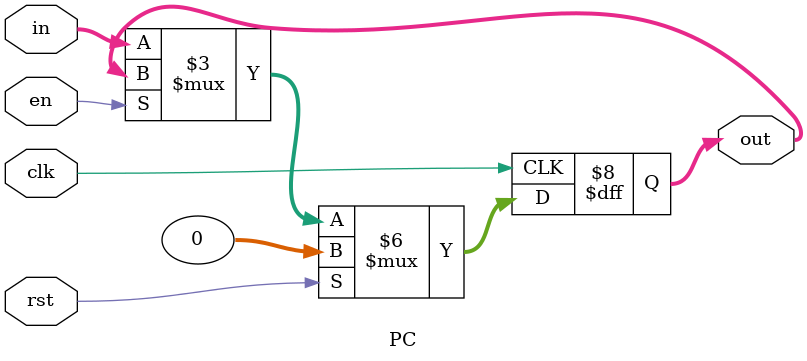
<source format=v>
module PC(
	input clk,	//clock
	input rst,	//reset
	input en,	//enable signal for stall
	input [31:0] in,	//indicates address of next instruction
	output reg [31:0] out	//points to the current instruction
	);

//counter
always @(posedge clk) begin
	if (rst) out <= 32'd0;
	else if (~en) out <= in;	//stall when enable is low
end

endmodule

</source>
